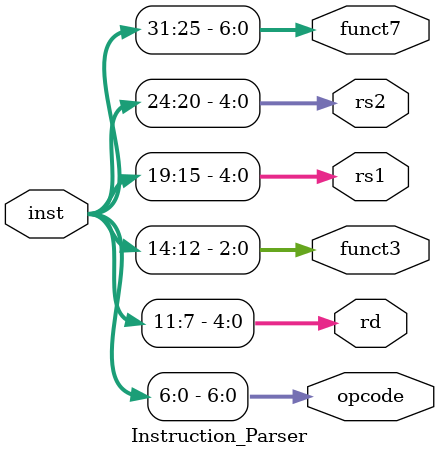
<source format=v>
`timescale 1ns / 1ps


module Instruction_Parser(
    input [31:0] inst,
    output [6:0] opcode,
    output [4:0] rd,
    output [2:0] funct3,
    output [4:0] rs1,
    output [4:0] rs2,
    output [6:0] funct7
);

    // Parsing the instruction according to Green Card:
    assign opcode = inst[6:0];
    assign rd = inst[11:7];
    assign funct3 = inst[14:12];
    assign rs1 = inst[19:15];
    assign rs2 = inst[24:20];
    assign funct7 = inst[31:25];

endmodule

</source>
